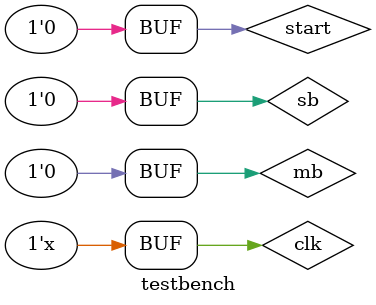
<source format=v>
`timescale 1ns / 1ps


module testbench();
    
    reg clk,mb,sb,start;
    wire [6:0] L1,L2,L3,L4;
    wire buzz,cc;
    wire [3:0] l1,l2,l3,l4;
    
    alarm alarm(
        .c(clk),
        .mb(mb),
        .sb(sb),
        .start(start),
        .L1(L1),
        .L2(L2),
        .L3(L3),
        .L4(L4),
        .buzz(buzz),
        .l1(l1),
        .l2(l2),
        .l3(l3),
        .l4(l4),
        .clk(cc));
        
    initial
    begin
    clk=0;
    mb=0;
    sb=0;
    start=0;
    #500 start=1;
    #600 start=0;
    end
    
    always #5
        clk=~clk;
    
    
endmodule

</source>
